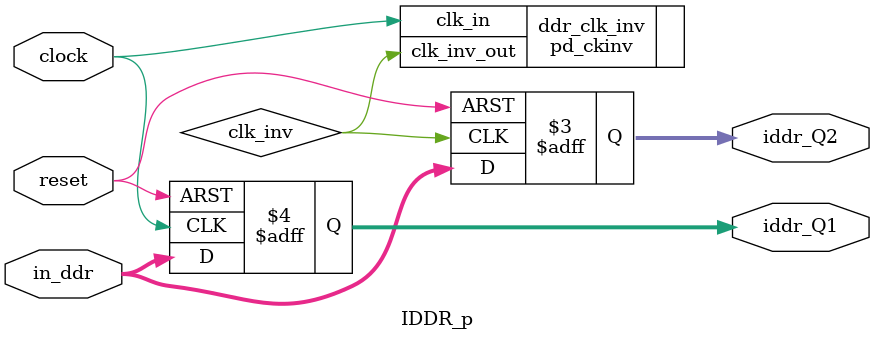
<source format=v>

`timescale 1ns / 1ps

module IDDR_p(
    input reset,
    input clock,
    input  wire [7:0] in_ddr,
    output reg [7:0] iddr_Q1,
    output reg [7:0] iddr_Q2
    );
          
  always @(posedge clock or posedge reset) begin
    if (reset) begin
      iddr_Q1 <= '0;
    end else begin
      iddr_Q1 <= in_ddr;
    end
  end

  reg clk_inv;
  pd_ckinv
   ddr_clk_inv
   (
  .clk_in            (clock),
  .clk_inv_out       (clk_inv));

  always @(posedge clk_inv or posedge reset) begin
    if (reset) begin
      iddr_Q2 <= '0;
    end else begin
      iddr_Q2 <= in_ddr;
    end
  end

endmodule

</source>
